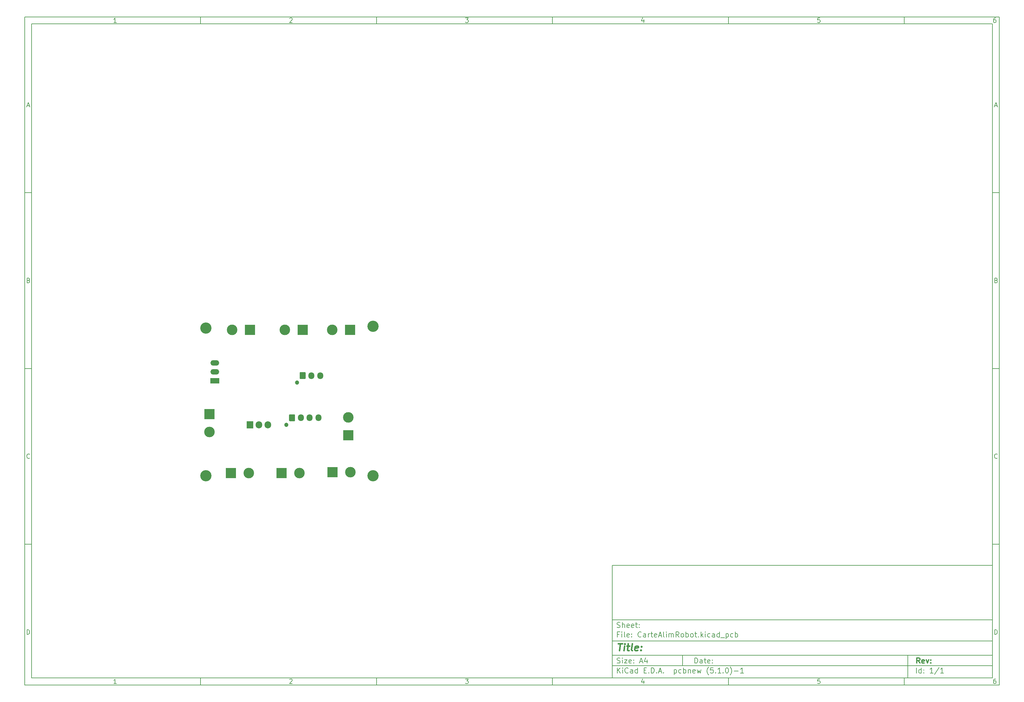
<source format=gbs>
G04 #@! TF.GenerationSoftware,KiCad,Pcbnew,(5.1.0)-1*
G04 #@! TF.CreationDate,2021-10-29T22:54:01+02:00*
G04 #@! TF.ProjectId,CarteAlimRobot,43617274-6541-46c6-996d-526f626f742e,rev?*
G04 #@! TF.SameCoordinates,Original*
G04 #@! TF.FileFunction,Soldermask,Bot*
G04 #@! TF.FilePolarity,Negative*
%FSLAX46Y46*%
G04 Gerber Fmt 4.6, Leading zero omitted, Abs format (unit mm)*
G04 Created by KiCad (PCBNEW (5.1.0)-1) date 2021-10-29 22:54:01*
%MOMM*%
%LPD*%
G04 APERTURE LIST*
%ADD10C,0.100000*%
%ADD11C,0.150000*%
%ADD12C,0.300000*%
%ADD13C,0.400000*%
%ADD14C,1.700000*%
%ADD15O,1.700000X1.950000*%
%ADD16C,1.200000*%
%ADD17C,3.200000*%
%ADD18R,2.500000X1.500000*%
%ADD19O,2.500000X1.500000*%
%ADD20R,3.000000X3.000000*%
%ADD21C,3.000000*%
%ADD22R,1.905000X2.000000*%
%ADD23O,1.905000X2.000000*%
G04 APERTURE END LIST*
D10*
D11*
X177002200Y-166007200D02*
X177002200Y-198007200D01*
X285002200Y-198007200D01*
X285002200Y-166007200D01*
X177002200Y-166007200D01*
D10*
D11*
X10000000Y-10000000D02*
X10000000Y-200007200D01*
X287002200Y-200007200D01*
X287002200Y-10000000D01*
X10000000Y-10000000D01*
D10*
D11*
X12000000Y-12000000D02*
X12000000Y-198007200D01*
X285002200Y-198007200D01*
X285002200Y-12000000D01*
X12000000Y-12000000D01*
D10*
D11*
X60000000Y-12000000D02*
X60000000Y-10000000D01*
D10*
D11*
X110000000Y-12000000D02*
X110000000Y-10000000D01*
D10*
D11*
X160000000Y-12000000D02*
X160000000Y-10000000D01*
D10*
D11*
X210000000Y-12000000D02*
X210000000Y-10000000D01*
D10*
D11*
X260000000Y-12000000D02*
X260000000Y-10000000D01*
D10*
D11*
X36065476Y-11588095D02*
X35322619Y-11588095D01*
X35694047Y-11588095D02*
X35694047Y-10288095D01*
X35570238Y-10473809D01*
X35446428Y-10597619D01*
X35322619Y-10659523D01*
D10*
D11*
X85322619Y-10411904D02*
X85384523Y-10350000D01*
X85508333Y-10288095D01*
X85817857Y-10288095D01*
X85941666Y-10350000D01*
X86003571Y-10411904D01*
X86065476Y-10535714D01*
X86065476Y-10659523D01*
X86003571Y-10845238D01*
X85260714Y-11588095D01*
X86065476Y-11588095D01*
D10*
D11*
X135260714Y-10288095D02*
X136065476Y-10288095D01*
X135632142Y-10783333D01*
X135817857Y-10783333D01*
X135941666Y-10845238D01*
X136003571Y-10907142D01*
X136065476Y-11030952D01*
X136065476Y-11340476D01*
X136003571Y-11464285D01*
X135941666Y-11526190D01*
X135817857Y-11588095D01*
X135446428Y-11588095D01*
X135322619Y-11526190D01*
X135260714Y-11464285D01*
D10*
D11*
X185941666Y-10721428D02*
X185941666Y-11588095D01*
X185632142Y-10226190D02*
X185322619Y-11154761D01*
X186127380Y-11154761D01*
D10*
D11*
X236003571Y-10288095D02*
X235384523Y-10288095D01*
X235322619Y-10907142D01*
X235384523Y-10845238D01*
X235508333Y-10783333D01*
X235817857Y-10783333D01*
X235941666Y-10845238D01*
X236003571Y-10907142D01*
X236065476Y-11030952D01*
X236065476Y-11340476D01*
X236003571Y-11464285D01*
X235941666Y-11526190D01*
X235817857Y-11588095D01*
X235508333Y-11588095D01*
X235384523Y-11526190D01*
X235322619Y-11464285D01*
D10*
D11*
X285941666Y-10288095D02*
X285694047Y-10288095D01*
X285570238Y-10350000D01*
X285508333Y-10411904D01*
X285384523Y-10597619D01*
X285322619Y-10845238D01*
X285322619Y-11340476D01*
X285384523Y-11464285D01*
X285446428Y-11526190D01*
X285570238Y-11588095D01*
X285817857Y-11588095D01*
X285941666Y-11526190D01*
X286003571Y-11464285D01*
X286065476Y-11340476D01*
X286065476Y-11030952D01*
X286003571Y-10907142D01*
X285941666Y-10845238D01*
X285817857Y-10783333D01*
X285570238Y-10783333D01*
X285446428Y-10845238D01*
X285384523Y-10907142D01*
X285322619Y-11030952D01*
D10*
D11*
X60000000Y-198007200D02*
X60000000Y-200007200D01*
D10*
D11*
X110000000Y-198007200D02*
X110000000Y-200007200D01*
D10*
D11*
X160000000Y-198007200D02*
X160000000Y-200007200D01*
D10*
D11*
X210000000Y-198007200D02*
X210000000Y-200007200D01*
D10*
D11*
X260000000Y-198007200D02*
X260000000Y-200007200D01*
D10*
D11*
X36065476Y-199595295D02*
X35322619Y-199595295D01*
X35694047Y-199595295D02*
X35694047Y-198295295D01*
X35570238Y-198481009D01*
X35446428Y-198604819D01*
X35322619Y-198666723D01*
D10*
D11*
X85322619Y-198419104D02*
X85384523Y-198357200D01*
X85508333Y-198295295D01*
X85817857Y-198295295D01*
X85941666Y-198357200D01*
X86003571Y-198419104D01*
X86065476Y-198542914D01*
X86065476Y-198666723D01*
X86003571Y-198852438D01*
X85260714Y-199595295D01*
X86065476Y-199595295D01*
D10*
D11*
X135260714Y-198295295D02*
X136065476Y-198295295D01*
X135632142Y-198790533D01*
X135817857Y-198790533D01*
X135941666Y-198852438D01*
X136003571Y-198914342D01*
X136065476Y-199038152D01*
X136065476Y-199347676D01*
X136003571Y-199471485D01*
X135941666Y-199533390D01*
X135817857Y-199595295D01*
X135446428Y-199595295D01*
X135322619Y-199533390D01*
X135260714Y-199471485D01*
D10*
D11*
X185941666Y-198728628D02*
X185941666Y-199595295D01*
X185632142Y-198233390D02*
X185322619Y-199161961D01*
X186127380Y-199161961D01*
D10*
D11*
X236003571Y-198295295D02*
X235384523Y-198295295D01*
X235322619Y-198914342D01*
X235384523Y-198852438D01*
X235508333Y-198790533D01*
X235817857Y-198790533D01*
X235941666Y-198852438D01*
X236003571Y-198914342D01*
X236065476Y-199038152D01*
X236065476Y-199347676D01*
X236003571Y-199471485D01*
X235941666Y-199533390D01*
X235817857Y-199595295D01*
X235508333Y-199595295D01*
X235384523Y-199533390D01*
X235322619Y-199471485D01*
D10*
D11*
X285941666Y-198295295D02*
X285694047Y-198295295D01*
X285570238Y-198357200D01*
X285508333Y-198419104D01*
X285384523Y-198604819D01*
X285322619Y-198852438D01*
X285322619Y-199347676D01*
X285384523Y-199471485D01*
X285446428Y-199533390D01*
X285570238Y-199595295D01*
X285817857Y-199595295D01*
X285941666Y-199533390D01*
X286003571Y-199471485D01*
X286065476Y-199347676D01*
X286065476Y-199038152D01*
X286003571Y-198914342D01*
X285941666Y-198852438D01*
X285817857Y-198790533D01*
X285570238Y-198790533D01*
X285446428Y-198852438D01*
X285384523Y-198914342D01*
X285322619Y-199038152D01*
D10*
D11*
X10000000Y-60000000D02*
X12000000Y-60000000D01*
D10*
D11*
X10000000Y-110000000D02*
X12000000Y-110000000D01*
D10*
D11*
X10000000Y-160000000D02*
X12000000Y-160000000D01*
D10*
D11*
X10690476Y-35216666D02*
X11309523Y-35216666D01*
X10566666Y-35588095D02*
X11000000Y-34288095D01*
X11433333Y-35588095D01*
D10*
D11*
X11092857Y-84907142D02*
X11278571Y-84969047D01*
X11340476Y-85030952D01*
X11402380Y-85154761D01*
X11402380Y-85340476D01*
X11340476Y-85464285D01*
X11278571Y-85526190D01*
X11154761Y-85588095D01*
X10659523Y-85588095D01*
X10659523Y-84288095D01*
X11092857Y-84288095D01*
X11216666Y-84350000D01*
X11278571Y-84411904D01*
X11340476Y-84535714D01*
X11340476Y-84659523D01*
X11278571Y-84783333D01*
X11216666Y-84845238D01*
X11092857Y-84907142D01*
X10659523Y-84907142D01*
D10*
D11*
X11402380Y-135464285D02*
X11340476Y-135526190D01*
X11154761Y-135588095D01*
X11030952Y-135588095D01*
X10845238Y-135526190D01*
X10721428Y-135402380D01*
X10659523Y-135278571D01*
X10597619Y-135030952D01*
X10597619Y-134845238D01*
X10659523Y-134597619D01*
X10721428Y-134473809D01*
X10845238Y-134350000D01*
X11030952Y-134288095D01*
X11154761Y-134288095D01*
X11340476Y-134350000D01*
X11402380Y-134411904D01*
D10*
D11*
X10659523Y-185588095D02*
X10659523Y-184288095D01*
X10969047Y-184288095D01*
X11154761Y-184350000D01*
X11278571Y-184473809D01*
X11340476Y-184597619D01*
X11402380Y-184845238D01*
X11402380Y-185030952D01*
X11340476Y-185278571D01*
X11278571Y-185402380D01*
X11154761Y-185526190D01*
X10969047Y-185588095D01*
X10659523Y-185588095D01*
D10*
D11*
X287002200Y-60000000D02*
X285002200Y-60000000D01*
D10*
D11*
X287002200Y-110000000D02*
X285002200Y-110000000D01*
D10*
D11*
X287002200Y-160000000D02*
X285002200Y-160000000D01*
D10*
D11*
X285692676Y-35216666D02*
X286311723Y-35216666D01*
X285568866Y-35588095D02*
X286002200Y-34288095D01*
X286435533Y-35588095D01*
D10*
D11*
X286095057Y-84907142D02*
X286280771Y-84969047D01*
X286342676Y-85030952D01*
X286404580Y-85154761D01*
X286404580Y-85340476D01*
X286342676Y-85464285D01*
X286280771Y-85526190D01*
X286156961Y-85588095D01*
X285661723Y-85588095D01*
X285661723Y-84288095D01*
X286095057Y-84288095D01*
X286218866Y-84350000D01*
X286280771Y-84411904D01*
X286342676Y-84535714D01*
X286342676Y-84659523D01*
X286280771Y-84783333D01*
X286218866Y-84845238D01*
X286095057Y-84907142D01*
X285661723Y-84907142D01*
D10*
D11*
X286404580Y-135464285D02*
X286342676Y-135526190D01*
X286156961Y-135588095D01*
X286033152Y-135588095D01*
X285847438Y-135526190D01*
X285723628Y-135402380D01*
X285661723Y-135278571D01*
X285599819Y-135030952D01*
X285599819Y-134845238D01*
X285661723Y-134597619D01*
X285723628Y-134473809D01*
X285847438Y-134350000D01*
X286033152Y-134288095D01*
X286156961Y-134288095D01*
X286342676Y-134350000D01*
X286404580Y-134411904D01*
D10*
D11*
X285661723Y-185588095D02*
X285661723Y-184288095D01*
X285971247Y-184288095D01*
X286156961Y-184350000D01*
X286280771Y-184473809D01*
X286342676Y-184597619D01*
X286404580Y-184845238D01*
X286404580Y-185030952D01*
X286342676Y-185278571D01*
X286280771Y-185402380D01*
X286156961Y-185526190D01*
X285971247Y-185588095D01*
X285661723Y-185588095D01*
D10*
D11*
X200434342Y-193785771D02*
X200434342Y-192285771D01*
X200791485Y-192285771D01*
X201005771Y-192357200D01*
X201148628Y-192500057D01*
X201220057Y-192642914D01*
X201291485Y-192928628D01*
X201291485Y-193142914D01*
X201220057Y-193428628D01*
X201148628Y-193571485D01*
X201005771Y-193714342D01*
X200791485Y-193785771D01*
X200434342Y-193785771D01*
X202577200Y-193785771D02*
X202577200Y-193000057D01*
X202505771Y-192857200D01*
X202362914Y-192785771D01*
X202077200Y-192785771D01*
X201934342Y-192857200D01*
X202577200Y-193714342D02*
X202434342Y-193785771D01*
X202077200Y-193785771D01*
X201934342Y-193714342D01*
X201862914Y-193571485D01*
X201862914Y-193428628D01*
X201934342Y-193285771D01*
X202077200Y-193214342D01*
X202434342Y-193214342D01*
X202577200Y-193142914D01*
X203077200Y-192785771D02*
X203648628Y-192785771D01*
X203291485Y-192285771D02*
X203291485Y-193571485D01*
X203362914Y-193714342D01*
X203505771Y-193785771D01*
X203648628Y-193785771D01*
X204720057Y-193714342D02*
X204577200Y-193785771D01*
X204291485Y-193785771D01*
X204148628Y-193714342D01*
X204077200Y-193571485D01*
X204077200Y-193000057D01*
X204148628Y-192857200D01*
X204291485Y-192785771D01*
X204577200Y-192785771D01*
X204720057Y-192857200D01*
X204791485Y-193000057D01*
X204791485Y-193142914D01*
X204077200Y-193285771D01*
X205434342Y-193642914D02*
X205505771Y-193714342D01*
X205434342Y-193785771D01*
X205362914Y-193714342D01*
X205434342Y-193642914D01*
X205434342Y-193785771D01*
X205434342Y-192857200D02*
X205505771Y-192928628D01*
X205434342Y-193000057D01*
X205362914Y-192928628D01*
X205434342Y-192857200D01*
X205434342Y-193000057D01*
D10*
D11*
X177002200Y-194507200D02*
X285002200Y-194507200D01*
D10*
D11*
X178434342Y-196585771D02*
X178434342Y-195085771D01*
X179291485Y-196585771D02*
X178648628Y-195728628D01*
X179291485Y-195085771D02*
X178434342Y-195942914D01*
X179934342Y-196585771D02*
X179934342Y-195585771D01*
X179934342Y-195085771D02*
X179862914Y-195157200D01*
X179934342Y-195228628D01*
X180005771Y-195157200D01*
X179934342Y-195085771D01*
X179934342Y-195228628D01*
X181505771Y-196442914D02*
X181434342Y-196514342D01*
X181220057Y-196585771D01*
X181077200Y-196585771D01*
X180862914Y-196514342D01*
X180720057Y-196371485D01*
X180648628Y-196228628D01*
X180577200Y-195942914D01*
X180577200Y-195728628D01*
X180648628Y-195442914D01*
X180720057Y-195300057D01*
X180862914Y-195157200D01*
X181077200Y-195085771D01*
X181220057Y-195085771D01*
X181434342Y-195157200D01*
X181505771Y-195228628D01*
X182791485Y-196585771D02*
X182791485Y-195800057D01*
X182720057Y-195657200D01*
X182577200Y-195585771D01*
X182291485Y-195585771D01*
X182148628Y-195657200D01*
X182791485Y-196514342D02*
X182648628Y-196585771D01*
X182291485Y-196585771D01*
X182148628Y-196514342D01*
X182077200Y-196371485D01*
X182077200Y-196228628D01*
X182148628Y-196085771D01*
X182291485Y-196014342D01*
X182648628Y-196014342D01*
X182791485Y-195942914D01*
X184148628Y-196585771D02*
X184148628Y-195085771D01*
X184148628Y-196514342D02*
X184005771Y-196585771D01*
X183720057Y-196585771D01*
X183577200Y-196514342D01*
X183505771Y-196442914D01*
X183434342Y-196300057D01*
X183434342Y-195871485D01*
X183505771Y-195728628D01*
X183577200Y-195657200D01*
X183720057Y-195585771D01*
X184005771Y-195585771D01*
X184148628Y-195657200D01*
X186005771Y-195800057D02*
X186505771Y-195800057D01*
X186720057Y-196585771D02*
X186005771Y-196585771D01*
X186005771Y-195085771D01*
X186720057Y-195085771D01*
X187362914Y-196442914D02*
X187434342Y-196514342D01*
X187362914Y-196585771D01*
X187291485Y-196514342D01*
X187362914Y-196442914D01*
X187362914Y-196585771D01*
X188077200Y-196585771D02*
X188077200Y-195085771D01*
X188434342Y-195085771D01*
X188648628Y-195157200D01*
X188791485Y-195300057D01*
X188862914Y-195442914D01*
X188934342Y-195728628D01*
X188934342Y-195942914D01*
X188862914Y-196228628D01*
X188791485Y-196371485D01*
X188648628Y-196514342D01*
X188434342Y-196585771D01*
X188077200Y-196585771D01*
X189577200Y-196442914D02*
X189648628Y-196514342D01*
X189577200Y-196585771D01*
X189505771Y-196514342D01*
X189577200Y-196442914D01*
X189577200Y-196585771D01*
X190220057Y-196157200D02*
X190934342Y-196157200D01*
X190077200Y-196585771D02*
X190577200Y-195085771D01*
X191077200Y-196585771D01*
X191577200Y-196442914D02*
X191648628Y-196514342D01*
X191577200Y-196585771D01*
X191505771Y-196514342D01*
X191577200Y-196442914D01*
X191577200Y-196585771D01*
X194577200Y-195585771D02*
X194577200Y-197085771D01*
X194577200Y-195657200D02*
X194720057Y-195585771D01*
X195005771Y-195585771D01*
X195148628Y-195657200D01*
X195220057Y-195728628D01*
X195291485Y-195871485D01*
X195291485Y-196300057D01*
X195220057Y-196442914D01*
X195148628Y-196514342D01*
X195005771Y-196585771D01*
X194720057Y-196585771D01*
X194577200Y-196514342D01*
X196577200Y-196514342D02*
X196434342Y-196585771D01*
X196148628Y-196585771D01*
X196005771Y-196514342D01*
X195934342Y-196442914D01*
X195862914Y-196300057D01*
X195862914Y-195871485D01*
X195934342Y-195728628D01*
X196005771Y-195657200D01*
X196148628Y-195585771D01*
X196434342Y-195585771D01*
X196577200Y-195657200D01*
X197220057Y-196585771D02*
X197220057Y-195085771D01*
X197220057Y-195657200D02*
X197362914Y-195585771D01*
X197648628Y-195585771D01*
X197791485Y-195657200D01*
X197862914Y-195728628D01*
X197934342Y-195871485D01*
X197934342Y-196300057D01*
X197862914Y-196442914D01*
X197791485Y-196514342D01*
X197648628Y-196585771D01*
X197362914Y-196585771D01*
X197220057Y-196514342D01*
X198577200Y-195585771D02*
X198577200Y-196585771D01*
X198577200Y-195728628D02*
X198648628Y-195657200D01*
X198791485Y-195585771D01*
X199005771Y-195585771D01*
X199148628Y-195657200D01*
X199220057Y-195800057D01*
X199220057Y-196585771D01*
X200505771Y-196514342D02*
X200362914Y-196585771D01*
X200077200Y-196585771D01*
X199934342Y-196514342D01*
X199862914Y-196371485D01*
X199862914Y-195800057D01*
X199934342Y-195657200D01*
X200077200Y-195585771D01*
X200362914Y-195585771D01*
X200505771Y-195657200D01*
X200577200Y-195800057D01*
X200577200Y-195942914D01*
X199862914Y-196085771D01*
X201077200Y-195585771D02*
X201362914Y-196585771D01*
X201648628Y-195871485D01*
X201934342Y-196585771D01*
X202220057Y-195585771D01*
X204362914Y-197157200D02*
X204291485Y-197085771D01*
X204148628Y-196871485D01*
X204077200Y-196728628D01*
X204005771Y-196514342D01*
X203934342Y-196157200D01*
X203934342Y-195871485D01*
X204005771Y-195514342D01*
X204077200Y-195300057D01*
X204148628Y-195157200D01*
X204291485Y-194942914D01*
X204362914Y-194871485D01*
X205648628Y-195085771D02*
X204934342Y-195085771D01*
X204862914Y-195800057D01*
X204934342Y-195728628D01*
X205077200Y-195657200D01*
X205434342Y-195657200D01*
X205577200Y-195728628D01*
X205648628Y-195800057D01*
X205720057Y-195942914D01*
X205720057Y-196300057D01*
X205648628Y-196442914D01*
X205577200Y-196514342D01*
X205434342Y-196585771D01*
X205077200Y-196585771D01*
X204934342Y-196514342D01*
X204862914Y-196442914D01*
X206362914Y-196442914D02*
X206434342Y-196514342D01*
X206362914Y-196585771D01*
X206291485Y-196514342D01*
X206362914Y-196442914D01*
X206362914Y-196585771D01*
X207862914Y-196585771D02*
X207005771Y-196585771D01*
X207434342Y-196585771D02*
X207434342Y-195085771D01*
X207291485Y-195300057D01*
X207148628Y-195442914D01*
X207005771Y-195514342D01*
X208505771Y-196442914D02*
X208577200Y-196514342D01*
X208505771Y-196585771D01*
X208434342Y-196514342D01*
X208505771Y-196442914D01*
X208505771Y-196585771D01*
X209505771Y-195085771D02*
X209648628Y-195085771D01*
X209791485Y-195157200D01*
X209862914Y-195228628D01*
X209934342Y-195371485D01*
X210005771Y-195657200D01*
X210005771Y-196014342D01*
X209934342Y-196300057D01*
X209862914Y-196442914D01*
X209791485Y-196514342D01*
X209648628Y-196585771D01*
X209505771Y-196585771D01*
X209362914Y-196514342D01*
X209291485Y-196442914D01*
X209220057Y-196300057D01*
X209148628Y-196014342D01*
X209148628Y-195657200D01*
X209220057Y-195371485D01*
X209291485Y-195228628D01*
X209362914Y-195157200D01*
X209505771Y-195085771D01*
X210505771Y-197157200D02*
X210577200Y-197085771D01*
X210720057Y-196871485D01*
X210791485Y-196728628D01*
X210862914Y-196514342D01*
X210934342Y-196157200D01*
X210934342Y-195871485D01*
X210862914Y-195514342D01*
X210791485Y-195300057D01*
X210720057Y-195157200D01*
X210577200Y-194942914D01*
X210505771Y-194871485D01*
X211648628Y-196014342D02*
X212791485Y-196014342D01*
X214291485Y-196585771D02*
X213434342Y-196585771D01*
X213862914Y-196585771D02*
X213862914Y-195085771D01*
X213720057Y-195300057D01*
X213577200Y-195442914D01*
X213434342Y-195514342D01*
D10*
D11*
X177002200Y-191507200D02*
X285002200Y-191507200D01*
D10*
D12*
X264411485Y-193785771D02*
X263911485Y-193071485D01*
X263554342Y-193785771D02*
X263554342Y-192285771D01*
X264125771Y-192285771D01*
X264268628Y-192357200D01*
X264340057Y-192428628D01*
X264411485Y-192571485D01*
X264411485Y-192785771D01*
X264340057Y-192928628D01*
X264268628Y-193000057D01*
X264125771Y-193071485D01*
X263554342Y-193071485D01*
X265625771Y-193714342D02*
X265482914Y-193785771D01*
X265197200Y-193785771D01*
X265054342Y-193714342D01*
X264982914Y-193571485D01*
X264982914Y-193000057D01*
X265054342Y-192857200D01*
X265197200Y-192785771D01*
X265482914Y-192785771D01*
X265625771Y-192857200D01*
X265697200Y-193000057D01*
X265697200Y-193142914D01*
X264982914Y-193285771D01*
X266197200Y-192785771D02*
X266554342Y-193785771D01*
X266911485Y-192785771D01*
X267482914Y-193642914D02*
X267554342Y-193714342D01*
X267482914Y-193785771D01*
X267411485Y-193714342D01*
X267482914Y-193642914D01*
X267482914Y-193785771D01*
X267482914Y-192857200D02*
X267554342Y-192928628D01*
X267482914Y-193000057D01*
X267411485Y-192928628D01*
X267482914Y-192857200D01*
X267482914Y-193000057D01*
D10*
D11*
X178362914Y-193714342D02*
X178577200Y-193785771D01*
X178934342Y-193785771D01*
X179077200Y-193714342D01*
X179148628Y-193642914D01*
X179220057Y-193500057D01*
X179220057Y-193357200D01*
X179148628Y-193214342D01*
X179077200Y-193142914D01*
X178934342Y-193071485D01*
X178648628Y-193000057D01*
X178505771Y-192928628D01*
X178434342Y-192857200D01*
X178362914Y-192714342D01*
X178362914Y-192571485D01*
X178434342Y-192428628D01*
X178505771Y-192357200D01*
X178648628Y-192285771D01*
X179005771Y-192285771D01*
X179220057Y-192357200D01*
X179862914Y-193785771D02*
X179862914Y-192785771D01*
X179862914Y-192285771D02*
X179791485Y-192357200D01*
X179862914Y-192428628D01*
X179934342Y-192357200D01*
X179862914Y-192285771D01*
X179862914Y-192428628D01*
X180434342Y-192785771D02*
X181220057Y-192785771D01*
X180434342Y-193785771D01*
X181220057Y-193785771D01*
X182362914Y-193714342D02*
X182220057Y-193785771D01*
X181934342Y-193785771D01*
X181791485Y-193714342D01*
X181720057Y-193571485D01*
X181720057Y-193000057D01*
X181791485Y-192857200D01*
X181934342Y-192785771D01*
X182220057Y-192785771D01*
X182362914Y-192857200D01*
X182434342Y-193000057D01*
X182434342Y-193142914D01*
X181720057Y-193285771D01*
X183077200Y-193642914D02*
X183148628Y-193714342D01*
X183077200Y-193785771D01*
X183005771Y-193714342D01*
X183077200Y-193642914D01*
X183077200Y-193785771D01*
X183077200Y-192857200D02*
X183148628Y-192928628D01*
X183077200Y-193000057D01*
X183005771Y-192928628D01*
X183077200Y-192857200D01*
X183077200Y-193000057D01*
X184862914Y-193357200D02*
X185577200Y-193357200D01*
X184720057Y-193785771D02*
X185220057Y-192285771D01*
X185720057Y-193785771D01*
X186862914Y-192785771D02*
X186862914Y-193785771D01*
X186505771Y-192214342D02*
X186148628Y-193285771D01*
X187077200Y-193285771D01*
D10*
D11*
X263434342Y-196585771D02*
X263434342Y-195085771D01*
X264791485Y-196585771D02*
X264791485Y-195085771D01*
X264791485Y-196514342D02*
X264648628Y-196585771D01*
X264362914Y-196585771D01*
X264220057Y-196514342D01*
X264148628Y-196442914D01*
X264077200Y-196300057D01*
X264077200Y-195871485D01*
X264148628Y-195728628D01*
X264220057Y-195657200D01*
X264362914Y-195585771D01*
X264648628Y-195585771D01*
X264791485Y-195657200D01*
X265505771Y-196442914D02*
X265577200Y-196514342D01*
X265505771Y-196585771D01*
X265434342Y-196514342D01*
X265505771Y-196442914D01*
X265505771Y-196585771D01*
X265505771Y-195657200D02*
X265577200Y-195728628D01*
X265505771Y-195800057D01*
X265434342Y-195728628D01*
X265505771Y-195657200D01*
X265505771Y-195800057D01*
X268148628Y-196585771D02*
X267291485Y-196585771D01*
X267720057Y-196585771D02*
X267720057Y-195085771D01*
X267577200Y-195300057D01*
X267434342Y-195442914D01*
X267291485Y-195514342D01*
X269862914Y-195014342D02*
X268577200Y-196942914D01*
X271148628Y-196585771D02*
X270291485Y-196585771D01*
X270720057Y-196585771D02*
X270720057Y-195085771D01*
X270577200Y-195300057D01*
X270434342Y-195442914D01*
X270291485Y-195514342D01*
D10*
D11*
X177002200Y-187507200D02*
X285002200Y-187507200D01*
D10*
D13*
X178714580Y-188211961D02*
X179857438Y-188211961D01*
X179036009Y-190211961D02*
X179286009Y-188211961D01*
X180274104Y-190211961D02*
X180440771Y-188878628D01*
X180524104Y-188211961D02*
X180416961Y-188307200D01*
X180500295Y-188402438D01*
X180607438Y-188307200D01*
X180524104Y-188211961D01*
X180500295Y-188402438D01*
X181107438Y-188878628D02*
X181869342Y-188878628D01*
X181476485Y-188211961D02*
X181262200Y-189926247D01*
X181333628Y-190116723D01*
X181512200Y-190211961D01*
X181702676Y-190211961D01*
X182655057Y-190211961D02*
X182476485Y-190116723D01*
X182405057Y-189926247D01*
X182619342Y-188211961D01*
X184190771Y-190116723D02*
X183988390Y-190211961D01*
X183607438Y-190211961D01*
X183428866Y-190116723D01*
X183357438Y-189926247D01*
X183452676Y-189164342D01*
X183571723Y-188973866D01*
X183774104Y-188878628D01*
X184155057Y-188878628D01*
X184333628Y-188973866D01*
X184405057Y-189164342D01*
X184381247Y-189354819D01*
X183405057Y-189545295D01*
X185155057Y-190021485D02*
X185238390Y-190116723D01*
X185131247Y-190211961D01*
X185047914Y-190116723D01*
X185155057Y-190021485D01*
X185131247Y-190211961D01*
X185286009Y-188973866D02*
X185369342Y-189069104D01*
X185262200Y-189164342D01*
X185178866Y-189069104D01*
X185286009Y-188973866D01*
X185262200Y-189164342D01*
D10*
D11*
X178934342Y-185600057D02*
X178434342Y-185600057D01*
X178434342Y-186385771D02*
X178434342Y-184885771D01*
X179148628Y-184885771D01*
X179720057Y-186385771D02*
X179720057Y-185385771D01*
X179720057Y-184885771D02*
X179648628Y-184957200D01*
X179720057Y-185028628D01*
X179791485Y-184957200D01*
X179720057Y-184885771D01*
X179720057Y-185028628D01*
X180648628Y-186385771D02*
X180505771Y-186314342D01*
X180434342Y-186171485D01*
X180434342Y-184885771D01*
X181791485Y-186314342D02*
X181648628Y-186385771D01*
X181362914Y-186385771D01*
X181220057Y-186314342D01*
X181148628Y-186171485D01*
X181148628Y-185600057D01*
X181220057Y-185457200D01*
X181362914Y-185385771D01*
X181648628Y-185385771D01*
X181791485Y-185457200D01*
X181862914Y-185600057D01*
X181862914Y-185742914D01*
X181148628Y-185885771D01*
X182505771Y-186242914D02*
X182577200Y-186314342D01*
X182505771Y-186385771D01*
X182434342Y-186314342D01*
X182505771Y-186242914D01*
X182505771Y-186385771D01*
X182505771Y-185457200D02*
X182577200Y-185528628D01*
X182505771Y-185600057D01*
X182434342Y-185528628D01*
X182505771Y-185457200D01*
X182505771Y-185600057D01*
X185220057Y-186242914D02*
X185148628Y-186314342D01*
X184934342Y-186385771D01*
X184791485Y-186385771D01*
X184577200Y-186314342D01*
X184434342Y-186171485D01*
X184362914Y-186028628D01*
X184291485Y-185742914D01*
X184291485Y-185528628D01*
X184362914Y-185242914D01*
X184434342Y-185100057D01*
X184577200Y-184957200D01*
X184791485Y-184885771D01*
X184934342Y-184885771D01*
X185148628Y-184957200D01*
X185220057Y-185028628D01*
X186505771Y-186385771D02*
X186505771Y-185600057D01*
X186434342Y-185457200D01*
X186291485Y-185385771D01*
X186005771Y-185385771D01*
X185862914Y-185457200D01*
X186505771Y-186314342D02*
X186362914Y-186385771D01*
X186005771Y-186385771D01*
X185862914Y-186314342D01*
X185791485Y-186171485D01*
X185791485Y-186028628D01*
X185862914Y-185885771D01*
X186005771Y-185814342D01*
X186362914Y-185814342D01*
X186505771Y-185742914D01*
X187220057Y-186385771D02*
X187220057Y-185385771D01*
X187220057Y-185671485D02*
X187291485Y-185528628D01*
X187362914Y-185457200D01*
X187505771Y-185385771D01*
X187648628Y-185385771D01*
X187934342Y-185385771D02*
X188505771Y-185385771D01*
X188148628Y-184885771D02*
X188148628Y-186171485D01*
X188220057Y-186314342D01*
X188362914Y-186385771D01*
X188505771Y-186385771D01*
X189577200Y-186314342D02*
X189434342Y-186385771D01*
X189148628Y-186385771D01*
X189005771Y-186314342D01*
X188934342Y-186171485D01*
X188934342Y-185600057D01*
X189005771Y-185457200D01*
X189148628Y-185385771D01*
X189434342Y-185385771D01*
X189577200Y-185457200D01*
X189648628Y-185600057D01*
X189648628Y-185742914D01*
X188934342Y-185885771D01*
X190220057Y-185957200D02*
X190934342Y-185957200D01*
X190077200Y-186385771D02*
X190577200Y-184885771D01*
X191077200Y-186385771D01*
X191791485Y-186385771D02*
X191648628Y-186314342D01*
X191577200Y-186171485D01*
X191577200Y-184885771D01*
X192362914Y-186385771D02*
X192362914Y-185385771D01*
X192362914Y-184885771D02*
X192291485Y-184957200D01*
X192362914Y-185028628D01*
X192434342Y-184957200D01*
X192362914Y-184885771D01*
X192362914Y-185028628D01*
X193077200Y-186385771D02*
X193077200Y-185385771D01*
X193077200Y-185528628D02*
X193148628Y-185457200D01*
X193291485Y-185385771D01*
X193505771Y-185385771D01*
X193648628Y-185457200D01*
X193720057Y-185600057D01*
X193720057Y-186385771D01*
X193720057Y-185600057D02*
X193791485Y-185457200D01*
X193934342Y-185385771D01*
X194148628Y-185385771D01*
X194291485Y-185457200D01*
X194362914Y-185600057D01*
X194362914Y-186385771D01*
X195934342Y-186385771D02*
X195434342Y-185671485D01*
X195077200Y-186385771D02*
X195077200Y-184885771D01*
X195648628Y-184885771D01*
X195791485Y-184957200D01*
X195862914Y-185028628D01*
X195934342Y-185171485D01*
X195934342Y-185385771D01*
X195862914Y-185528628D01*
X195791485Y-185600057D01*
X195648628Y-185671485D01*
X195077200Y-185671485D01*
X196791485Y-186385771D02*
X196648628Y-186314342D01*
X196577200Y-186242914D01*
X196505771Y-186100057D01*
X196505771Y-185671485D01*
X196577200Y-185528628D01*
X196648628Y-185457200D01*
X196791485Y-185385771D01*
X197005771Y-185385771D01*
X197148628Y-185457200D01*
X197220057Y-185528628D01*
X197291485Y-185671485D01*
X197291485Y-186100057D01*
X197220057Y-186242914D01*
X197148628Y-186314342D01*
X197005771Y-186385771D01*
X196791485Y-186385771D01*
X197934342Y-186385771D02*
X197934342Y-184885771D01*
X197934342Y-185457200D02*
X198077200Y-185385771D01*
X198362914Y-185385771D01*
X198505771Y-185457200D01*
X198577200Y-185528628D01*
X198648628Y-185671485D01*
X198648628Y-186100057D01*
X198577200Y-186242914D01*
X198505771Y-186314342D01*
X198362914Y-186385771D01*
X198077200Y-186385771D01*
X197934342Y-186314342D01*
X199505771Y-186385771D02*
X199362914Y-186314342D01*
X199291485Y-186242914D01*
X199220057Y-186100057D01*
X199220057Y-185671485D01*
X199291485Y-185528628D01*
X199362914Y-185457200D01*
X199505771Y-185385771D01*
X199720057Y-185385771D01*
X199862914Y-185457200D01*
X199934342Y-185528628D01*
X200005771Y-185671485D01*
X200005771Y-186100057D01*
X199934342Y-186242914D01*
X199862914Y-186314342D01*
X199720057Y-186385771D01*
X199505771Y-186385771D01*
X200434342Y-185385771D02*
X201005771Y-185385771D01*
X200648628Y-184885771D02*
X200648628Y-186171485D01*
X200720057Y-186314342D01*
X200862914Y-186385771D01*
X201005771Y-186385771D01*
X201505771Y-186242914D02*
X201577200Y-186314342D01*
X201505771Y-186385771D01*
X201434342Y-186314342D01*
X201505771Y-186242914D01*
X201505771Y-186385771D01*
X202220057Y-186385771D02*
X202220057Y-184885771D01*
X202362914Y-185814342D02*
X202791485Y-186385771D01*
X202791485Y-185385771D02*
X202220057Y-185957200D01*
X203434342Y-186385771D02*
X203434342Y-185385771D01*
X203434342Y-184885771D02*
X203362914Y-184957200D01*
X203434342Y-185028628D01*
X203505771Y-184957200D01*
X203434342Y-184885771D01*
X203434342Y-185028628D01*
X204791485Y-186314342D02*
X204648628Y-186385771D01*
X204362914Y-186385771D01*
X204220057Y-186314342D01*
X204148628Y-186242914D01*
X204077200Y-186100057D01*
X204077200Y-185671485D01*
X204148628Y-185528628D01*
X204220057Y-185457200D01*
X204362914Y-185385771D01*
X204648628Y-185385771D01*
X204791485Y-185457200D01*
X206077200Y-186385771D02*
X206077200Y-185600057D01*
X206005771Y-185457200D01*
X205862914Y-185385771D01*
X205577200Y-185385771D01*
X205434342Y-185457200D01*
X206077200Y-186314342D02*
X205934342Y-186385771D01*
X205577200Y-186385771D01*
X205434342Y-186314342D01*
X205362914Y-186171485D01*
X205362914Y-186028628D01*
X205434342Y-185885771D01*
X205577200Y-185814342D01*
X205934342Y-185814342D01*
X206077200Y-185742914D01*
X207434342Y-186385771D02*
X207434342Y-184885771D01*
X207434342Y-186314342D02*
X207291485Y-186385771D01*
X207005771Y-186385771D01*
X206862914Y-186314342D01*
X206791485Y-186242914D01*
X206720057Y-186100057D01*
X206720057Y-185671485D01*
X206791485Y-185528628D01*
X206862914Y-185457200D01*
X207005771Y-185385771D01*
X207291485Y-185385771D01*
X207434342Y-185457200D01*
X207791485Y-186528628D02*
X208934342Y-186528628D01*
X209291485Y-185385771D02*
X209291485Y-186885771D01*
X209291485Y-185457200D02*
X209434342Y-185385771D01*
X209720057Y-185385771D01*
X209862914Y-185457200D01*
X209934342Y-185528628D01*
X210005771Y-185671485D01*
X210005771Y-186100057D01*
X209934342Y-186242914D01*
X209862914Y-186314342D01*
X209720057Y-186385771D01*
X209434342Y-186385771D01*
X209291485Y-186314342D01*
X211291485Y-186314342D02*
X211148628Y-186385771D01*
X210862914Y-186385771D01*
X210720057Y-186314342D01*
X210648628Y-186242914D01*
X210577200Y-186100057D01*
X210577200Y-185671485D01*
X210648628Y-185528628D01*
X210720057Y-185457200D01*
X210862914Y-185385771D01*
X211148628Y-185385771D01*
X211291485Y-185457200D01*
X211934342Y-186385771D02*
X211934342Y-184885771D01*
X211934342Y-185457200D02*
X212077200Y-185385771D01*
X212362914Y-185385771D01*
X212505771Y-185457200D01*
X212577200Y-185528628D01*
X212648628Y-185671485D01*
X212648628Y-186100057D01*
X212577200Y-186242914D01*
X212505771Y-186314342D01*
X212362914Y-186385771D01*
X212077200Y-186385771D01*
X211934342Y-186314342D01*
D10*
D11*
X177002200Y-181507200D02*
X285002200Y-181507200D01*
D10*
D11*
X178362914Y-183614342D02*
X178577200Y-183685771D01*
X178934342Y-183685771D01*
X179077200Y-183614342D01*
X179148628Y-183542914D01*
X179220057Y-183400057D01*
X179220057Y-183257200D01*
X179148628Y-183114342D01*
X179077200Y-183042914D01*
X178934342Y-182971485D01*
X178648628Y-182900057D01*
X178505771Y-182828628D01*
X178434342Y-182757200D01*
X178362914Y-182614342D01*
X178362914Y-182471485D01*
X178434342Y-182328628D01*
X178505771Y-182257200D01*
X178648628Y-182185771D01*
X179005771Y-182185771D01*
X179220057Y-182257200D01*
X179862914Y-183685771D02*
X179862914Y-182185771D01*
X180505771Y-183685771D02*
X180505771Y-182900057D01*
X180434342Y-182757200D01*
X180291485Y-182685771D01*
X180077200Y-182685771D01*
X179934342Y-182757200D01*
X179862914Y-182828628D01*
X181791485Y-183614342D02*
X181648628Y-183685771D01*
X181362914Y-183685771D01*
X181220057Y-183614342D01*
X181148628Y-183471485D01*
X181148628Y-182900057D01*
X181220057Y-182757200D01*
X181362914Y-182685771D01*
X181648628Y-182685771D01*
X181791485Y-182757200D01*
X181862914Y-182900057D01*
X181862914Y-183042914D01*
X181148628Y-183185771D01*
X183077200Y-183614342D02*
X182934342Y-183685771D01*
X182648628Y-183685771D01*
X182505771Y-183614342D01*
X182434342Y-183471485D01*
X182434342Y-182900057D01*
X182505771Y-182757200D01*
X182648628Y-182685771D01*
X182934342Y-182685771D01*
X183077200Y-182757200D01*
X183148628Y-182900057D01*
X183148628Y-183042914D01*
X182434342Y-183185771D01*
X183577200Y-182685771D02*
X184148628Y-182685771D01*
X183791485Y-182185771D02*
X183791485Y-183471485D01*
X183862914Y-183614342D01*
X184005771Y-183685771D01*
X184148628Y-183685771D01*
X184648628Y-183542914D02*
X184720057Y-183614342D01*
X184648628Y-183685771D01*
X184577200Y-183614342D01*
X184648628Y-183542914D01*
X184648628Y-183685771D01*
X184648628Y-182757200D02*
X184720057Y-182828628D01*
X184648628Y-182900057D01*
X184577200Y-182828628D01*
X184648628Y-182757200D01*
X184648628Y-182900057D01*
D10*
D11*
X197002200Y-191507200D02*
X197002200Y-194507200D01*
D10*
D11*
X261002200Y-191507200D02*
X261002200Y-198007200D01*
D10*
G36*
X86624504Y-123026204D02*
G01*
X86648773Y-123029804D01*
X86672571Y-123035765D01*
X86695671Y-123044030D01*
X86717849Y-123054520D01*
X86738893Y-123067133D01*
X86758598Y-123081747D01*
X86776777Y-123098223D01*
X86793253Y-123116402D01*
X86807867Y-123136107D01*
X86820480Y-123157151D01*
X86830970Y-123179329D01*
X86839235Y-123202429D01*
X86845196Y-123226227D01*
X86848796Y-123250496D01*
X86850000Y-123275000D01*
X86850000Y-124725000D01*
X86848796Y-124749504D01*
X86845196Y-124773773D01*
X86839235Y-124797571D01*
X86830970Y-124820671D01*
X86820480Y-124842849D01*
X86807867Y-124863893D01*
X86793253Y-124883598D01*
X86776777Y-124901777D01*
X86758598Y-124918253D01*
X86738893Y-124932867D01*
X86717849Y-124945480D01*
X86695671Y-124955970D01*
X86672571Y-124964235D01*
X86648773Y-124970196D01*
X86624504Y-124973796D01*
X86600000Y-124975000D01*
X85400000Y-124975000D01*
X85375496Y-124973796D01*
X85351227Y-124970196D01*
X85327429Y-124964235D01*
X85304329Y-124955970D01*
X85282151Y-124945480D01*
X85261107Y-124932867D01*
X85241402Y-124918253D01*
X85223223Y-124901777D01*
X85206747Y-124883598D01*
X85192133Y-124863893D01*
X85179520Y-124842849D01*
X85169030Y-124820671D01*
X85160765Y-124797571D01*
X85154804Y-124773773D01*
X85151204Y-124749504D01*
X85150000Y-124725000D01*
X85150000Y-123275000D01*
X85151204Y-123250496D01*
X85154804Y-123226227D01*
X85160765Y-123202429D01*
X85169030Y-123179329D01*
X85179520Y-123157151D01*
X85192133Y-123136107D01*
X85206747Y-123116402D01*
X85223223Y-123098223D01*
X85241402Y-123081747D01*
X85261107Y-123067133D01*
X85282151Y-123054520D01*
X85304329Y-123044030D01*
X85327429Y-123035765D01*
X85351227Y-123029804D01*
X85375496Y-123026204D01*
X85400000Y-123025000D01*
X86600000Y-123025000D01*
X86624504Y-123026204D01*
X86624504Y-123026204D01*
G37*
D14*
X86000000Y-124000000D03*
D15*
X88500000Y-124000000D03*
X91000000Y-124000000D03*
X93500000Y-124000000D03*
D16*
X84400000Y-126000000D03*
D17*
X61500000Y-98500000D03*
D18*
X64000000Y-113500000D03*
D19*
X64000000Y-110960000D03*
X64000000Y-108420000D03*
D20*
X89000000Y-99000000D03*
D21*
X83920000Y-99000000D03*
D22*
X74000000Y-126000000D03*
D23*
X76540000Y-126000000D03*
X79080000Y-126000000D03*
D17*
X61500000Y-140500000D03*
D10*
G36*
X89624504Y-111026204D02*
G01*
X89648773Y-111029804D01*
X89672571Y-111035765D01*
X89695671Y-111044030D01*
X89717849Y-111054520D01*
X89738893Y-111067133D01*
X89758598Y-111081747D01*
X89776777Y-111098223D01*
X89793253Y-111116402D01*
X89807867Y-111136107D01*
X89820480Y-111157151D01*
X89830970Y-111179329D01*
X89839235Y-111202429D01*
X89845196Y-111226227D01*
X89848796Y-111250496D01*
X89850000Y-111275000D01*
X89850000Y-112725000D01*
X89848796Y-112749504D01*
X89845196Y-112773773D01*
X89839235Y-112797571D01*
X89830970Y-112820671D01*
X89820480Y-112842849D01*
X89807867Y-112863893D01*
X89793253Y-112883598D01*
X89776777Y-112901777D01*
X89758598Y-112918253D01*
X89738893Y-112932867D01*
X89717849Y-112945480D01*
X89695671Y-112955970D01*
X89672571Y-112964235D01*
X89648773Y-112970196D01*
X89624504Y-112973796D01*
X89600000Y-112975000D01*
X88400000Y-112975000D01*
X88375496Y-112973796D01*
X88351227Y-112970196D01*
X88327429Y-112964235D01*
X88304329Y-112955970D01*
X88282151Y-112945480D01*
X88261107Y-112932867D01*
X88241402Y-112918253D01*
X88223223Y-112901777D01*
X88206747Y-112883598D01*
X88192133Y-112863893D01*
X88179520Y-112842849D01*
X88169030Y-112820671D01*
X88160765Y-112797571D01*
X88154804Y-112773773D01*
X88151204Y-112749504D01*
X88150000Y-112725000D01*
X88150000Y-111275000D01*
X88151204Y-111250496D01*
X88154804Y-111226227D01*
X88160765Y-111202429D01*
X88169030Y-111179329D01*
X88179520Y-111157151D01*
X88192133Y-111136107D01*
X88206747Y-111116402D01*
X88223223Y-111098223D01*
X88241402Y-111081747D01*
X88261107Y-111067133D01*
X88282151Y-111054520D01*
X88304329Y-111044030D01*
X88327429Y-111035765D01*
X88351227Y-111029804D01*
X88375496Y-111026204D01*
X88400000Y-111025000D01*
X89600000Y-111025000D01*
X89624504Y-111026204D01*
X89624504Y-111026204D01*
G37*
D14*
X89000000Y-112000000D03*
D15*
X91500000Y-112000000D03*
X94000000Y-112000000D03*
D16*
X87400000Y-114000000D03*
D17*
X109000000Y-98000000D03*
X109000000Y-140500000D03*
D21*
X68920000Y-99000000D03*
D20*
X74000000Y-99000000D03*
X62500000Y-123000000D03*
D21*
X62500000Y-128080000D03*
D20*
X102500000Y-99000000D03*
D21*
X97420000Y-99000000D03*
X102580000Y-139500000D03*
D20*
X97500000Y-139500000D03*
X68580000Y-139700000D03*
D21*
X73660000Y-139700000D03*
X102000000Y-123920000D03*
D20*
X102000000Y-129000000D03*
D21*
X88080000Y-139700000D03*
D20*
X83000000Y-139700000D03*
M02*

</source>
